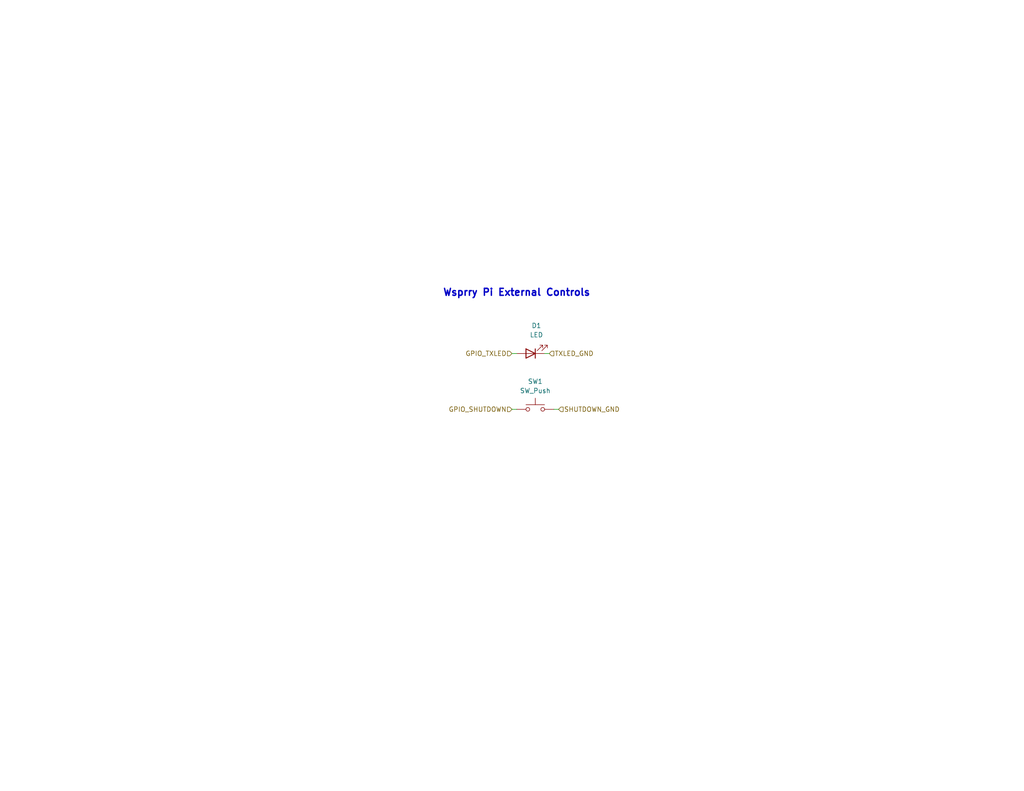
<source format=kicad_sch>
(kicad_sch (version 20250114) (generator "eeschema") (generator_version "9.0")
  (paper "A")
  (title_block (title "Wsprry Pi External Controls") (date "2026-02-07") (rev "0") (company "Lee C. Bussy [AA0NT]"))
  (lib_symbols
    (symbol "Device:LED" (pin_numbers (hide yes)) (pin_names (offset 1.016) (hide yes))
      (property "Reference" "D" (at 0 2.54 0))
      (property "Value" "LED" (at 0 -2.54 0))
      (symbol "LED_0_1"
        (polyline (pts (xy -3.048 -0.762) (xy -4.572 -2.286) (xy -3.81 -2.286) (xy -4.572 -2.286) (xy -4.572 -1.524)))
        (polyline (pts (xy -1.778 -0.762) (xy -3.302 -2.286) (xy -2.54 -2.286) (xy -3.302 -2.286) (xy -3.302 -1.524)))
        (polyline (pts (xy -1.27 0) (xy 1.27 0)))
        (polyline (pts (xy -1.27 -1.27) (xy -1.27 1.27)) (stroke (width 0.254)))
        (polyline (pts (xy 1.27 -1.27) (xy 1.27 1.27) (xy -1.27 0) (xy 1.27 -1.27)) (stroke (width 0.254)))
      )
      (symbol "LED_1_1"
        (pin passive line (at -3.81 0 0) (length 2.54) (name "K") (number "1"))
        (pin passive line (at 3.81 0 180) (length 2.54) (name "A") (number "2"))
      )
    )
    (symbol "Switch:SW_Push" (pin_numbers (hide yes)) (pin_names (offset 1.016) (hide yes))
      (property "Reference" "SW" (at 1.27 2.54 0))
      (property "Value" "SW_Push" (at 0 -1.524 0))
      (symbol "SW_Push_0_1"
        (circle (center -2.032 0) (radius 0.508))
        (polyline (pts (xy 0 1.27) (xy 0 3.048)))
        (circle (center 2.032 0) (radius 0.508))
        (polyline (pts (xy 2.54 1.27) (xy -2.54 1.27)))
        (pin passive line (at -5.08 0 0) (length 2.54) (name "1") (number "1"))
        (pin passive line (at 5.08 0 180) (length 2.54) (name "2") (number "2"))
      )
    )
  )
  (text "Wsprry Pi External Controls" (at 140.97 80.01 0) (effects (font (size 1.905 1.905) (thickness 0.381) (bold yes))))
  (wire (pts (xy 148.59 96.52) (xy 149.86 96.52)))
  (wire (pts (xy 151.13 111.76) (xy 152.4 111.76)))
  (wire (pts (xy 140.97 111.76) (xy 139.7 111.76)))
  (wire (pts (xy 140.97 96.52) (xy 139.7 96.52)))
  (hierarchical_label "TXLED_GND" (shape input) (at 149.86 96.52 0))
  (hierarchical_label "GPIO_SHUTDOWN" (shape input) (at 139.7 111.76 180))
  (hierarchical_label "GPIO_TXLED" (shape input) (at 139.7 96.52 180))
  (hierarchical_label "SHUTDOWN_GND" (shape input) (at 152.4 111.76 0))
  (symbol (lib_id "Device:LED") (at 144.78 96.52 180) (unit 1)
    (property "Reference" "D1" (at 146.3675 88.9 0))
    (property "Value" "LED" (at 146.3675 91.44 0))
    (property "Description" "Light emitting diode" (effects (hide yes)))
    (property "Sim.Pins" "1=K 2=A" (effects (hide yes)))
  )
  (symbol (lib_id "Switch:SW_Push") (at 146.05 111.76 0) (unit 1)
    (property "Reference" "SW1" (at 146.05 104.14 0))
    (property "Value" "SW_Push" (at 146.05 106.68 0))
    (property "Description" "Push button switch, generic, two pins" (effects (hide yes)))
  )
)
</source>
